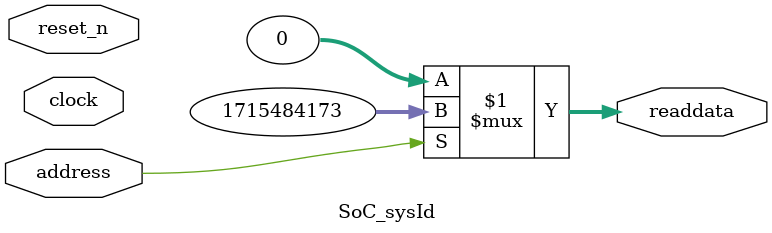
<source format=v>

`timescale 1ns / 1ps
// synthesis translate_on

// turn off superfluous verilog processor warnings 
// altera message_level Level1 
// altera message_off 10034 10035 10036 10037 10230 10240 10030 

module SoC_sysId (
               // inputs:
                address,
                clock,
                reset_n,

               // outputs:
                readdata
             )
;

  output  [ 31: 0] readdata;
  input            address;
  input            clock;
  input            reset_n;

  wire    [ 31: 0] readdata;
  //control_slave, which is an e_avalon_slave
  assign readdata = address ? 1715484173 : 0;

endmodule




</source>
